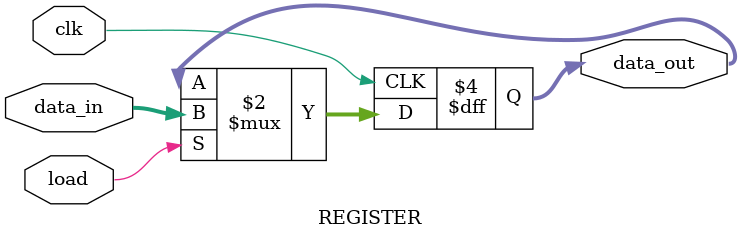
<source format=v>

module REGISTER
#( 
  // Width of register A to store incoming data from data bus
  parameter DATA_WIDTH = 16   
 )
( // Clock for synchronization
  input clk,          
  // Load signal to load data from data path into register A
  input load,         
  // Incoming data (16 bit)
  input [(DATA_WIDTH-1):0] data_in,  
  // Outgoing data (16 bit)
  output reg [(DATA_WIDTH-1):0] data_out ); 

always @ ( posedge clk )
begin
	// If load signal is high store the data
	if ( load )                
		data_out <= data_in;
end
endmodule
</source>
